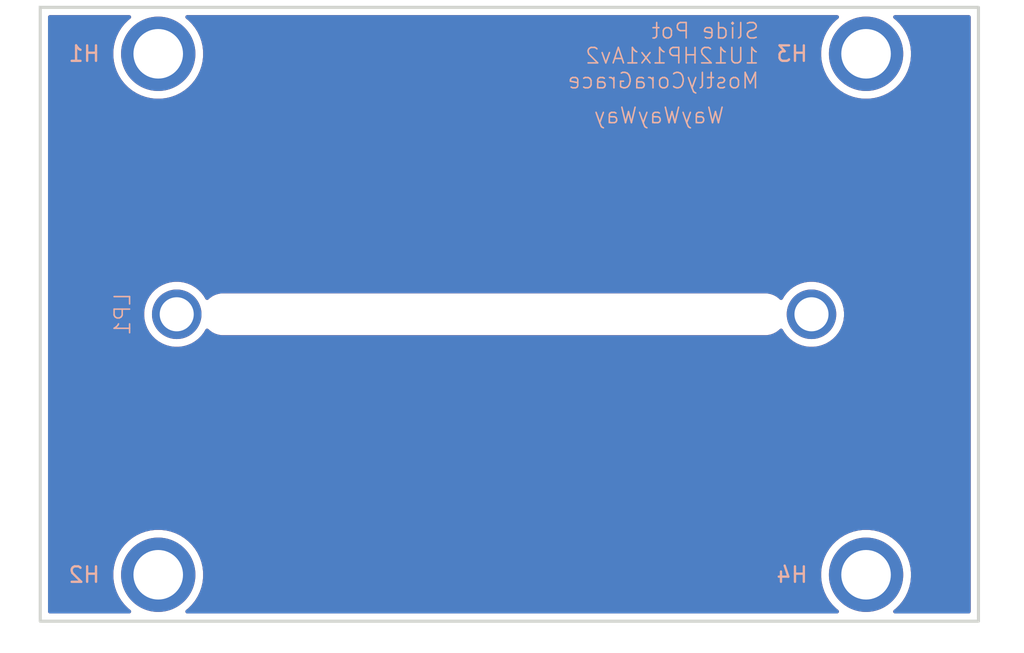
<source format=kicad_pcb>
(kicad_pcb (version 20241229) (generator "pcbnew") (generator_version "9.0")
  (layers (0 "F.Cu" signal) (2 "B.Cu" signal) (13 "F.Paste" user) (15 "B.Paste" user) (5 "F.SilkS" user "F.Silkscreen") (7 "B.SilkS" user "B.Silkscreen") (1 "F.Mask" user) (3 "B.Mask" user) (25 "Edge.Cuts" user))
  (net 0 "")
  (footprint "EXC:MountingHole_3.2mm_M3" (layer "F.Cu") (at 7.62 39.075)
    (property "Reference" "H2" (at -3.683 0 0) (layer "B.SilkS") (effects (justify left mirror)))
    (property "Value" "Eurorack_M3_MountingHole")
    (pad "" thru_hole circle (at 0 0) (size 4.8 4.8) (drill 3.2) (layers "*.Cu" "*.Mask"))
  )
  (footprint "EXC:Linear_Potentiometer_45mm_M2_Panel_Mount" (layer "F.Cu") (at 29.315 22.25 90)
    (property "Reference" "LP1" (at 0 -24.003 90) (layer "B.SilkS") (effects (font (thickness 0.1)) (justify mirror)))
    (property "Value" "Linear_Potentiometer_45mm_M2_Panel_Mount")
    (pad "" thru_hole circle (at 0 -20.5 90) (size 3.2 3.2) (drill 2.2) (layers "*.Cu" "*.Mask"))
    (pad "" np_thru_hole oval (at 0 0 90) (size 2.2 37.2) (drill oval 2.2 37.2) (layers "*.Cu" "*.Mask"))
    (pad "" thru_hole circle (at 0 20.5 90) (size 3.2 3.2) (drill 2.2) (layers "*.Cu" "*.Mask"))
  )
  (footprint "EXC:MountingHole_3.2mm_M3" (layer "F.Cu") (at 53.34 39.075)
    (property "Reference" "H4" (at -3.683 0 0) (layer "B.SilkS") (effects (justify left mirror)))
    (property "Value" "Eurorack_M3_MountingHole")
    (pad "" thru_hole circle (at 0 0) (size 4.8 4.8) (drill 3.2) (layers "*.Cu" "*.Mask"))
  )
  (footprint "EXC:MountingHole_3.2mm_M3" (layer "F.Cu") (at 7.62 5.425)
    (property "Reference" "H1" (at -3.683 0 0) (layer "B.SilkS") (effects (justify left mirror)))
    (property "Value" "Eurorack_M3_MountingHole")
    (pad "" thru_hole circle (at 0 0) (size 4.8 4.8) (drill 3.2) (layers "*.Cu" "*.Mask"))
  )
  (footprint "EXC:MountingHole_3.2mm_M3" (layer "F.Cu") (at 53.34 5.425)
    (property "Reference" "H3" (at -3.683 0 0) (layer "B.SilkS") (effects (justify left mirror)))
    (property "Value" "Eurorack_M3_MountingHole")
    (pad "" thru_hole circle (at 0 0) (size 4.8 4.8) (drill 3.2) (layers "*.Cu" "*.Mask"))
  )
  (gr_rect (start 0 2.425) (end 60.6 42.075) (stroke (width 0.2)) (fill no) (layer "Edge.Cuts"))
  (gr_text "WayWayWay" (at 44.25 10 0) (layer "B.SilkS") (effects (font (size 1 1) (thickness 0.1)) (justify left bottom mirror)))
  (gr_text "Slide Pot\n1U12HP1x1Av2\nMostlyCoraGrace" (at 46.5 7.75 0) (layer "B.SilkS") (effects (font (size 1 1) (thickness 0.1)) (justify left bottom mirror)))
  (zone (net 0) (net_name "") (layers "F.Cu" "B.Cu") (connect_pads (clearance 0.5)) (min_thickness 0.25) (fill yes (thermal_gap 0.5) (thermal_bridge_width 0.5) (island_removal_mode 1) (island_area_min 10))
    (polygon (pts (xy 0 2.425) (xy 60.6 2.425) (xy 60.6 42.075) (xy 0 42.075)))
  )
)
</source>
